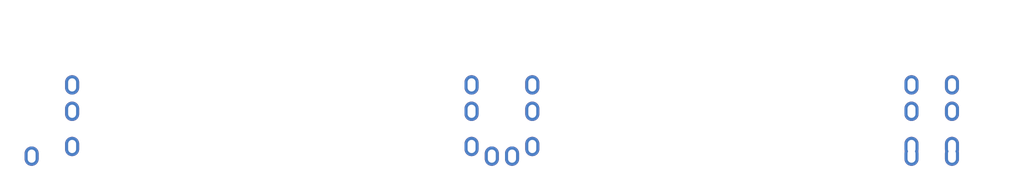
<source format=kicad_pcb>

            
(kicad_pcb (version 20171130) (host pcbnew 5.1.6)

  (page A3)
  (title_block
    (title pcb)
    (rev v1.0.0)
    (company Unknown)
  )

  (general
    (thickness 1.6)
  )

  (layers
    (0 F.Cu signal)
    (31 B.Cu signal)
    (32 B.Adhes user)
    (33 F.Adhes user)
    (34 B.Paste user)
    (35 F.Paste user)
    (36 B.SilkS user)
    (37 F.SilkS user)
    (38 B.Mask user)
    (39 F.Mask user)
    (40 Dwgs.User user)
    (41 Cmts.User user)
    (42 Eco1.User user)
    (43 Eco2.User user)
    (44 Edge.Cuts user)
    (45 Margin user)
    (46 B.CrtYd user)
    (47 F.CrtYd user)
    (48 B.Fab user)
    (49 F.Fab user)
  )

  (setup
    (last_trace_width 0.25)
    (trace_clearance 0.2)
    (zone_clearance 0.508)
    (zone_45_only no)
    (trace_min 0.2)
    (via_size 0.8)
    (via_drill 0.4)
    (via_min_size 0.4)
    (via_min_drill 0.3)
    (uvia_size 0.3)
    (uvia_drill 0.1)
    (uvias_allowed no)
    (uvia_min_size 0.2)
    (uvia_min_drill 0.1)
    (edge_width 0.05)
    (segment_width 0.2)
    (pcb_text_width 0.3)
    (pcb_text_size 1.5 1.5)
    (mod_edge_width 0.12)
    (mod_text_size 1 1)
    (mod_text_width 0.15)
    (pad_size 1.524 1.524)
    (pad_drill 0.762)
    (pad_to_mask_clearance 0.05)
    (aux_axis_origin 0 0)
    (visible_elements FFFFFF7F)
    (pcbplotparams
      (layerselection 0x010fc_ffffffff)
      (usegerberextensions false)
      (usegerberattributes true)
      (usegerberadvancedattributes true)
      (creategerberjobfile true)
      (excludeedgelayer true)
      (linewidth 0.100000)
      (plotframeref false)
      (viasonmask false)
      (mode 1)
      (useauxorigin false)
      (hpglpennumber 1)
      (hpglpenspeed 20)
      (hpglpendiameter 15.000000)
      (psnegative false)
      (psa4output false)
      (plotreference true)
      (plotvalue true)
      (plotinvisibletext false)
      (padsonsilk false)
      (subtractmaskfromsilk false)
      (outputformat 1)
      (mirror false)
      (drillshape 1)
      (scaleselection 1)
      (outputdirectory ""))
  )

            (net 0 "")
(net 1 "A")
(net 2 "B")
(net 3 "C")
(net 4 "D")
            
  (net_class Default "This is the default net class."
    (clearance 0.2)
    (trace_width 0.25)
    (via_dia 0.8)
    (via_drill 0.4)
    (uvia_dia 0.3)
    (uvia_drill 0.1)
    (add_net "")
(add_net "A")
(add_net "B")
(add_net "C")
(add_net "D")
  )

            
        
      (module TRRS-PJ-320A-dual (layer F.Cu) (tedit 5970F8E5)

      (at 0 0 0)   

      
      (fp_text reference "TRRS1" (at 0 14.2) (layer Dwgs.User) (effects (font (size 1 1) (thickness 0.15))))
      (fp_text value TRRS-PJ-320A-dual (at 0 -5.6) (layer F.Fab) (effects (font (size 1 1) (thickness 0.15))))

      
      (fp_line (start 0.5 -2) (end -5.1 -2) (layer Dwgs.User) (width 0.15))
      (fp_line (start -5.1 0) (end -5.1 -2) (layer Dwgs.User) (width 0.15))
      (fp_line (start 0.5 0) (end 0.5 -2) (layer Dwgs.User) (width 0.15))
      (fp_line (start -5.35 0) (end -5.35 12.1) (layer Dwgs.User) (width 0.15))
      (fp_line (start 0.75 0) (end 0.75 12.1) (layer Dwgs.User) (width 0.15))
      (fp_line (start 0.75 12.1) (end -5.35 12.1) (layer Dwgs.User) (width 0.15))
      (fp_line (start 0.75 0) (end -5.35 0) (layer Dwgs.User) (width 0.15))

      
        
        (pad "" np_thru_hole circle (at -2.3 8.6) (size 1.5 1.5) (drill 1.5) (layers *.Cu *.Mask))
        (pad "" np_thru_hole circle (at -2.3 1.6) (size 1.5 1.5) (drill 1.5) (layers *.Cu *.Mask))
      
        
        (pad 1 thru_hole oval (at -4.6 11.3 0) (size 1.6 2.2) (drill oval 0.9 1.5) (layers *.Cu *.Mask) (net 1 "A"))
        (pad 2 thru_hole oval (at 0 10.2 0) (size 1.6 2.2) (drill oval 0.9 1.5) (layers *.Cu *.Mask) (net 2 "B"))
        (pad 3 thru_hole oval (at 0 6.2 0) (size 1.6 2.2) (drill oval 0.9 1.5) (layers *.Cu *.Mask) (net 3 "C"))
        (pad 4 thru_hole oval (at 0 3.2 0) (size 1.6 2.2) (drill oval 0.9 1.5) (layers *.Cu *.Mask) (net 4 "D"))
      )
      

          
      (module TRRS-PJ-320A-dual (layer F.Cu) (tedit 5970F8E5)

      (at 50 0 0)   

      
      (fp_text reference "TRRS2" (at 0 14.2) (layer Dwgs.User) (effects (font (size 1 1) (thickness 0.15))))
      (fp_text value TRRS-PJ-320A-dual (at 0 -5.6) (layer F.Fab) (effects (font (size 1 1) (thickness 0.15))))

      
      (fp_line (start 0.5 -2) (end -5.1 -2) (layer Dwgs.User) (width 0.15))
      (fp_line (start -5.1 0) (end -5.1 -2) (layer Dwgs.User) (width 0.15))
      (fp_line (start 0.5 0) (end 0.5 -2) (layer Dwgs.User) (width 0.15))
      (fp_line (start -5.35 0) (end -5.35 12.1) (layer Dwgs.User) (width 0.15))
      (fp_line (start 0.75 0) (end 0.75 12.1) (layer Dwgs.User) (width 0.15))
      (fp_line (start 0.75 12.1) (end -5.35 12.1) (layer Dwgs.User) (width 0.15))
      (fp_line (start 0.75 0) (end -5.35 0) (layer Dwgs.User) (width 0.15))

      
          
        (pad "" np_thru_hole circle (at -2.3 8.6) (size 1.5 1.5) (drill 1.5) (layers *.Cu *.Mask))
        (pad "" np_thru_hole circle (at -2.3 1.6) (size 1.5 1.5) (drill 1.5) (layers *.Cu *.Mask))
      
          
        (pad "" np_thru_hole circle (at 0 8.6) (size 1.5 1.5) (drill 1.5) (layers *.Cu *.Mask))
        (pad "" np_thru_hole circle (at 0 1.6) (size 1.5 1.5) (drill 1.5) (layers *.Cu *.Mask))
      
          
        (pad 1 thru_hole oval (at -2.3 11.3 0) (size 1.6 2.2) (drill oval 0.9 1.5) (layers *.Cu *.Mask) (net 1 "A"))
        (pad 2 thru_hole oval (at 2.3 10.2 0) (size 1.6 2.2) (drill oval 0.9 1.5) (layers *.Cu *.Mask) (net 2 "B"))
        (pad 3 thru_hole oval (at 2.3 6.2 0) (size 1.6 2.2) (drill oval 0.9 1.5) (layers *.Cu *.Mask) (net 3 "C"))
        (pad 4 thru_hole oval (at 2.3 3.2 0) (size 1.6 2.2) (drill oval 0.9 1.5) (layers *.Cu *.Mask) (net 4 "D"))
      
          
        (pad 1 thru_hole oval (at 0 11.3 0) (size 1.6 2.2) (drill oval 0.9 1.5) (layers *.Cu *.Mask) (net 1 "A"))
        (pad 2 thru_hole oval (at -4.6 10.2 0) (size 1.6 2.2) (drill oval 0.9 1.5) (layers *.Cu *.Mask) (net 2 "B"))
        (pad 3 thru_hole oval (at -4.6 6.2 0) (size 1.6 2.2) (drill oval 0.9 1.5) (layers *.Cu *.Mask) (net 3 "C"))
        (pad 4 thru_hole oval (at -4.6 3.2 0) (size 1.6 2.2) (drill oval 0.9 1.5) (layers *.Cu *.Mask) (net 4 "D"))
      )
        

        
      (module TRRS-PJ-320A-dual (layer F.Cu) (tedit 5970F8E5)

      (at 100 0 0)   

      
      (fp_text reference "TRRS3" (at 0 14.2) (layer Dwgs.User) (effects (font (size 1 1) (thickness 0.15))))
      (fp_text value TRRS-PJ-320A-dual (at 0 -5.6) (layer F.Fab) (effects (font (size 1 1) (thickness 0.15))))

      
      (fp_line (start 0.5 -2) (end -5.1 -2) (layer Dwgs.User) (width 0.15))
      (fp_line (start -5.1 0) (end -5.1 -2) (layer Dwgs.User) (width 0.15))
      (fp_line (start 0.5 0) (end 0.5 -2) (layer Dwgs.User) (width 0.15))
      (fp_line (start -5.35 0) (end -5.35 12.1) (layer Dwgs.User) (width 0.15))
      (fp_line (start 0.75 0) (end 0.75 12.1) (layer Dwgs.User) (width 0.15))
      (fp_line (start 0.75 12.1) (end -5.35 12.1) (layer Dwgs.User) (width 0.15))
      (fp_line (start 0.75 0) (end -5.35 0) (layer Dwgs.User) (width 0.15))

      
        
        (pad "" np_thru_hole circle (at -2.3 8.6) (size 1.5 1.5) (drill 1.5) (layers *.Cu *.Mask))
        (pad "" np_thru_hole circle (at -2.3 1.6) (size 1.5 1.5) (drill 1.5) (layers *.Cu *.Mask))
      
        
        (pad 1 thru_hole oval (at 0 11.3 0) (size 1.6 2.2) (drill oval 0.9 1.5) (layers *.Cu *.Mask) (net 1 "A"))
        (pad 2 thru_hole oval (at -4.6 10.2 0) (size 1.6 2.2) (drill oval 0.9 1.5) (layers *.Cu *.Mask) (net 2 "B"))
        (pad 3 thru_hole oval (at -4.6 6.2 0) (size 1.6 2.2) (drill oval 0.9 1.5) (layers *.Cu *.Mask) (net 3 "C"))
        (pad 4 thru_hole oval (at -4.6 3.2 0) (size 1.6 2.2) (drill oval 0.9 1.5) (layers *.Cu *.Mask) (net 4 "D"))
      
        
        (pad 1 thru_hole oval (at -4.6 11.3 0) (size 1.6 2.2) (drill oval 0.9 1.5) (layers *.Cu *.Mask) (net 1 "A"))
        (pad 2 thru_hole oval (at 0 10.2 0) (size 1.6 2.2) (drill oval 0.9 1.5) (layers *.Cu *.Mask) (net 2 "B"))
        (pad 3 thru_hole oval (at 0 6.2 0) (size 1.6 2.2) (drill oval 0.9 1.5) (layers *.Cu *.Mask) (net 3 "C"))
        (pad 4 thru_hole oval (at 0 3.2 0) (size 1.6 2.2) (drill oval 0.9 1.5) (layers *.Cu *.Mask) (net 4 "D"))
      )
      
            
            
)

        
</source>
